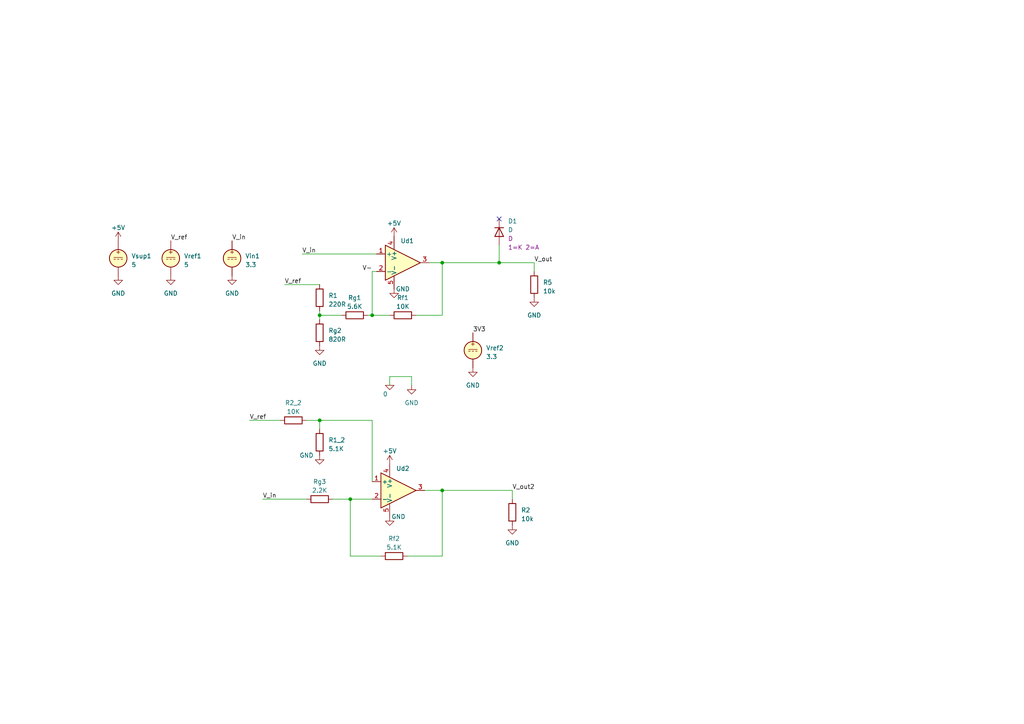
<source format=kicad_sch>
(kicad_sch (version 20230121) (generator eeschema)
  (paper "A4")
  (lib_symbols
    (symbol "Device:R" (pin_numbers hide) (pin_names (offset 0))
      (property "Reference" "R" (at 2.032 0 90))
      (property "Value" "R" (at 0 0 90))
      (symbol "R_0_1"
        (rectangle (start -1.016 -2.54) (end 1.016 2.54) (stroke (width 0.254)))
      )
      (symbol "R_1_1"
        (pin passive line (at 0 3.81 270) (length 1.27) (name "~") (number "1"))
        (pin passive line (at 0 -3.81 90) (length 1.27) (name "~") (number "2"))
      )
    )
    (symbol "Simulation_SPICE:0" (power) (pin_names (offset 0))
      (property "Value" "0" (at 0 -1.778 0))
      (symbol "0_0_1"
        (polyline (pts (xy -1.27 0) (xy 0 -1.27) (xy 1.27 0) (xy -1.27 0)))
      )
      (symbol "0_1_1"
        (pin power_in line (at 0 0 0) (length 0) hide (name "0") (number "1"))
      )
    )
    (symbol "Simulation_SPICE:D" (pin_numbers hide) (pin_names (offset 1.016) hide)
      (property "Reference" "D" (at 0 2.54 0))
      (property "Value" "D" (at 0 -2.54 0))
      (property "Sim.Device" "D" (at 0 0 0))
      (property "Sim.Pins" "1=K 2=A" (at 0 0 0))
      (symbol "D_0_1"
        (polyline (pts (xy -1.27 1.27) (xy -1.27 -1.27)) (stroke (width 0.254)))
        (polyline (pts (xy 1.27 0) (xy -1.27 0)))
        (polyline (pts (xy 1.27 1.27) (xy 1.27 -1.27) (xy -1.27 0) (xy 1.27 1.27)) (stroke (width 0.254)))
      )
      (symbol "D_1_1"
        (pin passive line (at -3.81 0 0) (length 2.54) (name "K") (number "1"))
        (pin passive line (at 3.81 0 180) (length 2.54) (name "A") (number "2"))
      )
    )
    (symbol "Simulation_SPICE:OPAMP" (pin_names (offset 0.254))
      (property "Reference" "U" (at 3.81 3.175 0))
      (property "Value" "${SIM.PARAMS}" (at 3.81 -3.175 0))
      (symbol "OPAMP_0_1"
        (polyline (pts (xy 5.08 0) (xy -5.08 5.08) (xy -5.08 -5.08) (xy 5.08 0)) (stroke (width 0.254)) (fill (type background)))
      )
      (symbol "OPAMP_1_1"
        (pin input line (at -7.62 2.54 0) (length 2.54) (name "+") (number "1"))
        (pin input line (at -7.62 -2.54 0) (length 2.54) (name "-") (number "2"))
        (pin output line (at 7.62 0 180) (length 2.54) (name "~") (number "3"))
        (pin power_in line (at -2.54 7.62 270) (length 3.81) (name "V+") (number "4"))
        (pin power_in line (at -2.54 -7.62 90) (length 3.81) (name "V-") (number "5"))
      )
    )
    (symbol "Simulation_SPICE:VDC" (pin_numbers hide) (pin_names (offset 0.0254))
      (property "Reference" "V" (at 2.54 2.54 0))
      (property "Value" "1" (at 2.54 0 0))
      (symbol "VDC_0_0"
        (polyline (pts (xy -1.27 0.254) (xy 1.27 0.254)))
        (polyline (pts (xy -0.762 -0.254) (xy -1.27 -0.254)))
        (polyline (pts (xy 0.254 -0.254) (xy -0.254 -0.254)))
        (polyline (pts (xy 1.27 -0.254) (xy 0.762 -0.254)))
        (text "+" (at 0 1.905 0) (effects (font (size 1.27 1.27))))
      )
      (symbol "VDC_0_1"
        (circle (center 0 0) (radius 2.54) (stroke (width 0.254)) (fill (type background)))
      )
      (symbol "VDC_1_1"
        (pin passive line (at 0 5.08 270) (length 2.54) (name "~") (number "1"))
        (pin passive line (at 0 -5.08 90) (length 2.54) (name "~") (number "2"))
      )
    )
    (symbol "power:+5V" (power) (pin_names (offset 0))
      (property "Value" "+5V" (at 0 3.556 0))
      (symbol "+5V_0_1"
        (polyline (pts (xy -0.762 1.27) (xy 0 2.54)))
        (polyline (pts (xy 0 0) (xy 0 2.54)))
        (polyline (pts (xy 0 2.54) (xy 0.762 1.27)))
      )
      (symbol "+5V_1_1"
        (pin power_in line (at 0 0 90) (length 0) hide (name "+5V") (number "1"))
      )
    )
    (symbol "power:GND" (power) (pin_names (offset 0))
      (property "Value" "GND" (at 0 -3.81 0))
      (symbol "GND_0_1"
        (polyline (pts (xy 0 0) (xy 0 -1.27) (xy 1.27 -1.27) (xy 0 -2.54) (xy -1.27 -1.27) (xy 0 -1.27)))
      )
      (symbol "GND_1_1"
        (pin power_in line (at 0 0 270) (length 0) hide (name "GND") (number "1"))
      )
    )
  )
  (junction (at 92.71 91.44))
  (junction (at 128.27 142.24))
  (junction (at 128.27 76.2))
  (junction (at 101.6 144.78))
  (junction (at 92.71 121.92))
  (junction (at 107.95 91.44))
  (junction (at 144.78 76.2))
  (no_connect (at 144.78 63.5))
  (wire (pts (xy 144.78 76.2) (xy 154.94 76.2)))
  (wire (pts (xy 148.59 142.24) (xy 148.59 144.78)))
  (wire (pts (xy 128.27 91.44) (xy 120.65 91.44)))
  (wire (pts (xy 106.68 91.44) (xy 107.95 91.44)))
  (wire (pts (xy 82.55 82.55) (xy 92.71 82.55)))
  (wire (pts (xy 128.27 91.44) (xy 128.27 76.2)))
  (wire (pts (xy 128.27 142.24) (xy 128.27 161.29)))
  (wire (pts (xy 92.71 91.44) (xy 99.06 91.44)))
  (wire (pts (xy 92.71 91.44) (xy 92.71 92.71)))
  (wire (pts (xy 72.39 121.92) (xy 81.28 121.92)))
  (wire (pts (xy 128.27 142.24) (xy 148.59 142.24)))
  (wire (pts (xy 123.19 142.24) (xy 128.27 142.24)))
  (wire (pts (xy 101.6 144.78) (xy 107.95 144.78)))
  (wire (pts (xy 128.27 76.2) (xy 144.78 76.2)))
  (wire (pts (xy 92.71 121.92) (xy 92.71 124.46)))
  (wire (pts (xy 107.95 78.74) (xy 109.22 78.74)))
  (wire (pts (xy 107.95 91.44) (xy 107.95 78.74)))
  (wire (pts (xy 92.71 90.17) (xy 92.71 91.44)))
  (wire (pts (xy 87.63 73.66) (xy 109.22 73.66)))
  (wire (pts (xy 107.95 121.92) (xy 107.95 139.7)))
  (wire (pts (xy 76.2 144.78) (xy 88.9 144.78)))
  (wire (pts (xy 118.11 161.29) (xy 128.27 161.29)))
  (wire (pts (xy 101.6 161.29) (xy 101.6 144.78)))
  (wire (pts (xy 113.03 109.22) (xy 119.38 109.22)))
  (wire (pts (xy 144.78 71.12) (xy 144.78 76.2)))
  (wire (pts (xy 92.71 121.92) (xy 107.95 121.92)))
  (wire (pts (xy 110.49 161.29) (xy 101.6 161.29)))
  (wire (pts (xy 107.95 91.44) (xy 113.03 91.44)))
  (wire (pts (xy 128.27 76.2) (xy 124.46 76.2)))
  (wire (pts (xy 154.94 78.74) (xy 154.94 76.2)))
  (wire (pts (xy 96.52 144.78) (xy 101.6 144.78)))
  (wire (pts (xy 88.9 121.92) (xy 92.71 121.92)))
  (wire (pts (xy 113.03 111.76) (xy 113.03 109.22)))
  (wire (pts (xy 119.38 109.22) (xy 119.38 111.76)))
  (label "3V3" (at 137.16 96.52 0))
  (label "V_in" (at 67.31 69.85 0))
  (label "V_in" (at 76.2 144.78 0))
  (label "V_ref" (at 72.39 121.92 0))
  (label "V-" (at 107.95 78.74 180))
  (label "V_out2" (at 148.59 142.24 0))
  (label "V_ref" (at 82.55 82.55 0))
  (label "V_ref" (at 49.53 69.85 0))
  (label "V_out" (at 154.94 76.2 0))
  (label "V_in" (at 87.63 73.66 0))
  (symbol (lib_id "power:+5V") (at 34.29 69.85 0) (unit 1)
    (property "Reference" "#PWR08" (effects hide))
    (property "Value" "+5V" (at 34.29 66.04 0))
  )
  (symbol (lib_id "Simulation_SPICE:VDC") (at 49.53 74.93 0) (unit 1)
    (property "Reference" "Vref1" (at 53.34 74.2592 0) (effects (justify left)))
    (property "Value" "5" (at 53.34 76.7992 0) (effects (justify left)))
    (property "Sim.Pins" "1=+ 2=-" (effects hide))
    (property "Sim.Type" "DC" (effects hide))
    (property "Sim.Device" "V" (effects hide))
  )
  (symbol (lib_id "Device:R") (at 148.59 148.59 180) (unit 1)
    (property "Reference" "R2" (at 151.13 147.955 0) (effects (justify right)))
    (property "Value" "10k" (at 151.13 150.495 0) (effects (justify right)))
  )
  (symbol (lib_id "power:GND") (at 119.38 111.76 0) (unit 1)
    (property "Reference" "#PWR03" (effects hide))
    (property "Value" "GND" (at 119.38 116.84 0))
  )
  (symbol (lib_id "Device:R") (at 92.71 96.52 180) (unit 1)
    (property "Reference" "Rg2" (at 95.25 95.885 0) (effects (justify right)))
    (property "Value" "820R" (at 95.25 98.425 0) (effects (justify right)))
  )
  (symbol (lib_id "Device:R") (at 92.71 144.78 90) (unit 1)
    (property "Reference" "Rg3" (at 92.71 139.7 90))
    (property "Value" "2.2K" (at 92.71 142.24 90))
  )
  (symbol (lib_id "power:GND") (at 49.53 80.01 0) (unit 1)
    (property "Reference" "#PWR04" (effects hide))
    (property "Value" "GND" (at 49.53 85.09 0))
  )
  (symbol (lib_id "Simulation_SPICE:VDC") (at 67.31 74.93 0) (unit 1)
    (property "Reference" "Vin1" (at 71.12 74.2592 0) (effects (justify left)))
    (property "Value" "3.3" (at 71.12 76.7992 0) (effects (justify left)))
    (property "Sim.Pins" "1=+ 2=-" (effects hide))
    (property "Sim.Type" "DC" (effects hide))
    (property "Sim.Device" "V" (effects hide))
  )
  (symbol (lib_id "power:+5V") (at 114.3 68.58 0) (unit 1)
    (property "Reference" "#PWR02" (effects hide))
    (property "Value" "+5V" (at 114.3 64.77 0))
  )
  (symbol (lib_id "Simulation_SPICE:OPAMP") (at 116.84 76.2 0) (unit 1)
    (property "Reference" "Ud1" (at 118.11 69.85 0))
    (property "Value" "${SIM.PARAMS}" (at 127 72.39 0))
    (property "Sim.Pins" "1=1 2=2 3=5 4=3 5=4" (effects hide))
    (property "Sim.Device" "SUBCKT" (effects hide))
    (property "Sim.Library" "SPICE Models\\LM324 SPICE MODEL .MOD" (effects hide))
    (property "Sim.Name" "LM324" (effects hide))
  )
  (symbol (lib_id "power:GND") (at 34.29 80.01 0) (unit 1)
    (property "Reference" "#PWR09" (effects hide))
    (property "Value" "GND" (at 34.29 85.09 0))
  )
  (symbol (lib_id "Device:R") (at 154.94 82.55 180) (unit 1)
    (property "Reference" "R5" (at 157.48 81.915 0) (effects (justify right)))
    (property "Value" "10k" (at 157.48 84.455 0) (effects (justify right)))
  )
  (symbol (lib_id "Device:R") (at 116.84 91.44 90) (unit 1)
    (property "Reference" "Rf1" (at 116.84 86.36 90))
    (property "Value" "10K" (at 116.84 88.9 90))
  )
  (symbol (lib_id "power:GND") (at 154.94 86.36 0) (unit 1)
    (property "Reference" "#PWR05" (effects hide))
    (property "Value" "GND" (at 154.94 91.44 0))
  )
  (symbol (lib_id "Simulation_SPICE:D") (at 144.78 67.31 270) (unit 1)
    (property "Reference" "D1" (at 147.32 64.135 90) (effects (justify left)))
    (property "Value" "D" (at 147.32 66.675 90) (effects (justify left)))
    (property "Sim.Device" "D" (at 147.32 69.215 90) (effects (justify left)))
    (property "Sim.Pins" "1=K 2=A" (at 147.32 71.755 90) (effects (justify left)))
  )
  (symbol (lib_id "power:GND") (at 113.03 149.86 0) (unit 1)
    (property "Reference" "#PWR011" (effects hide))
    (property "Value" "GND" (at 115.57 149.86 0))
  )
  (symbol (lib_id "power:GND") (at 67.31 80.01 0) (unit 1)
    (property "Reference" "#PWR07" (effects hide))
    (property "Value" "GND" (at 67.31 85.09 0))
  )
  (symbol (lib_id "Simulation_SPICE:0") (at 113.03 111.76 0) (unit 1)
    (property "Reference" "#GND01" (effects hide))
    (property "Value" "0" (at 111.76 114.3 0))
  )
  (symbol (lib_id "Simulation_SPICE:OPAMP") (at 115.57 142.24 0) (unit 1)
    (property "Reference" "Ud2" (at 116.84 135.89 0))
    (property "Value" "${SIM.PARAMS}" (at 125.73 138.43 0))
    (property "Sim.Pins" "1=1 2=2 3=28 4=99 5=50" (effects hide))
    (property "Sim.Device" "SUBCKT" (effects hide))
    (property "Sim.Library" "C:\\Users\\Tony\\Downloads\\snom268c\\lmx58.lib" (effects hide))
    (property "Sim.Name" "LM358" (effects hide))
  )
  (symbol (lib_id "Device:R") (at 102.87 91.44 90) (unit 1)
    (property "Reference" "Rg1" (at 102.87 86.36 90))
    (property "Value" "5.6K" (at 102.87 88.9 90))
  )
  (symbol (lib_id "Simulation_SPICE:VDC") (at 137.16 101.6 0) (unit 1)
    (property "Reference" "Vref2" (at 140.97 100.9292 0) (effects (justify left)))
    (property "Value" "3.3" (at 140.97 103.4692 0) (effects (justify left)))
    (property "Sim.Pins" "1=+ 2=-" (effects hide))
    (property "Sim.Type" "DC" (effects hide))
    (property "Sim.Device" "V" (effects hide))
  )
  (symbol (lib_id "power:GND") (at 92.71 100.33 0) (unit 1)
    (property "Reference" "#PWR06" (effects hide))
    (property "Value" "GND" (at 92.71 105.41 0))
  )
  (symbol (lib_id "power:+5V") (at 113.03 134.62 0) (unit 1)
    (property "Reference" "#PWR010" (effects hide))
    (property "Value" "+5V" (at 113.03 130.81 0))
  )
  (symbol (lib_id "Simulation_SPICE:VDC") (at 34.29 74.93 0) (unit 1)
    (property "Reference" "Vsup1" (at 38.1 74.2592 0) (effects (justify left)))
    (property "Value" "5" (at 38.1 76.7992 0) (effects (justify left)))
    (property "Sim.Pins" "1=+ 2=-" (effects hide))
    (property "Sim.Type" "DC" (effects hide))
    (property "Sim.Device" "V" (effects hide))
  )
  (symbol (lib_id "Device:R") (at 92.71 86.36 180) (unit 1)
    (property "Reference" "R1" (at 95.25 85.725 0) (effects (justify right)))
    (property "Value" "220R" (at 95.25 88.265 0) (effects (justify right)))
  )
  (symbol (lib_id "power:GND") (at 92.71 132.08 0) (unit 1)
    (property "Reference" "#PWR014" (effects hide))
    (property "Value" "GND" (at 88.9 132.08 0))
  )
  (symbol (lib_id "Device:R") (at 114.3 161.29 270) (unit 1)
    (property "Reference" "Rf2" (at 114.3 156.21 90))
    (property "Value" "5.1K" (at 114.3 158.75 90))
  )
  (symbol (lib_id "power:GND") (at 114.3 83.82 0) (unit 1)
    (property "Reference" "#PWR01" (effects hide))
    (property "Value" "GND" (at 116.84 83.82 0))
  )
  (symbol (lib_id "power:GND") (at 137.16 106.68 0) (unit 1)
    (property "Reference" "#PWR012" (effects hide))
    (property "Value" "GND" (at 137.16 111.76 0))
  )
  (symbol (lib_id "Device:R") (at 85.09 121.92 90) (unit 1)
    (property "Reference" "R2_2" (at 85.09 116.84 90))
    (property "Value" "10K" (at 85.09 119.38 90))
  )
  (symbol (lib_id "power:GND") (at 148.59 152.4 0) (unit 1)
    (property "Reference" "#PWR013" (effects hide))
    (property "Value" "GND" (at 148.59 157.48 0))
  )
  (symbol (lib_id "Device:R") (at 92.71 128.27 180) (unit 1)
    (property "Reference" "R1_2" (at 95.25 127.635 0) (effects (justify right)))
    (property "Value" "5.1K" (at 95.25 130.175 0) (effects (justify right)))
  )
)
</source>
